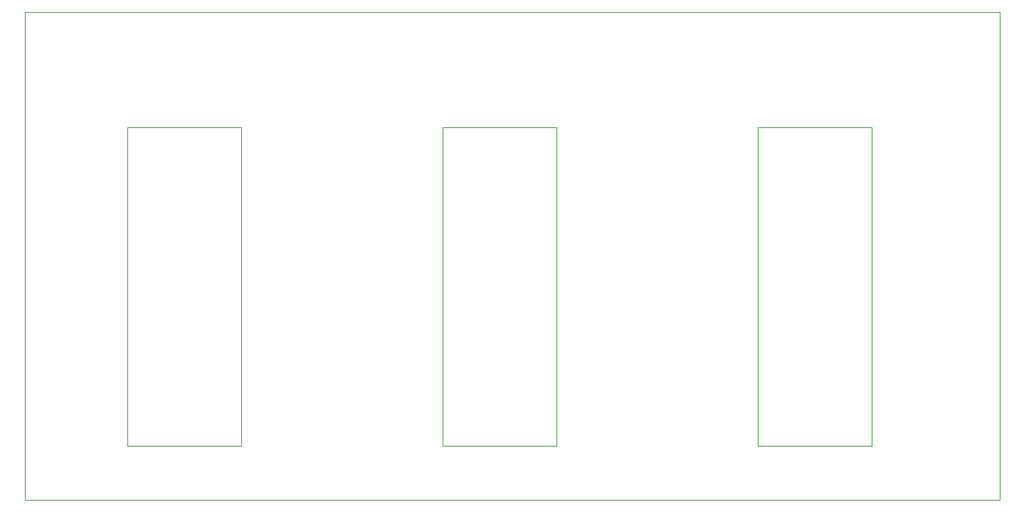
<source format=gbr>
%TF.GenerationSoftware,KiCad,Pcbnew,8.0.5*%
%TF.CreationDate,2025-04-10T18:40:22-04:00*%
%TF.ProjectId,LowerPOGO,4c6f7765-7250-44f4-974f-2e6b69636164,v4*%
%TF.SameCoordinates,Original*%
%TF.FileFunction,Profile,NP*%
%FSLAX46Y46*%
G04 Gerber Fmt 4.6, Leading zero omitted, Abs format (unit mm)*
G04 Created by KiCad (PCBNEW 8.0.5) date 2025-04-10 18:40:22*
%MOMM*%
%LPD*%
G01*
G04 APERTURE LIST*
%TA.AperFunction,Profile*%
%ADD10C,0.050000*%
%TD*%
G04 APERTURE END LIST*
D10*
X101250000Y-114500000D02*
X114750000Y-114500000D01*
X114750000Y-152500000D01*
X101250000Y-152500000D01*
X101250000Y-114500000D01*
X205000000Y-158863094D02*
X89000000Y-158863094D01*
X176250000Y-114500000D02*
X189750000Y-114500000D01*
X189750000Y-152500000D01*
X176250000Y-152500000D01*
X176250000Y-114500000D01*
X89000000Y-100850000D02*
X205000000Y-100850000D01*
X205000000Y-100850000D02*
X205000000Y-158863094D01*
X89000000Y-158863094D02*
X89000000Y-100850000D01*
X138750000Y-114500000D02*
X152250000Y-114500000D01*
X152250000Y-152500000D01*
X138750000Y-152500000D01*
X138750000Y-114500000D01*
M02*

</source>
